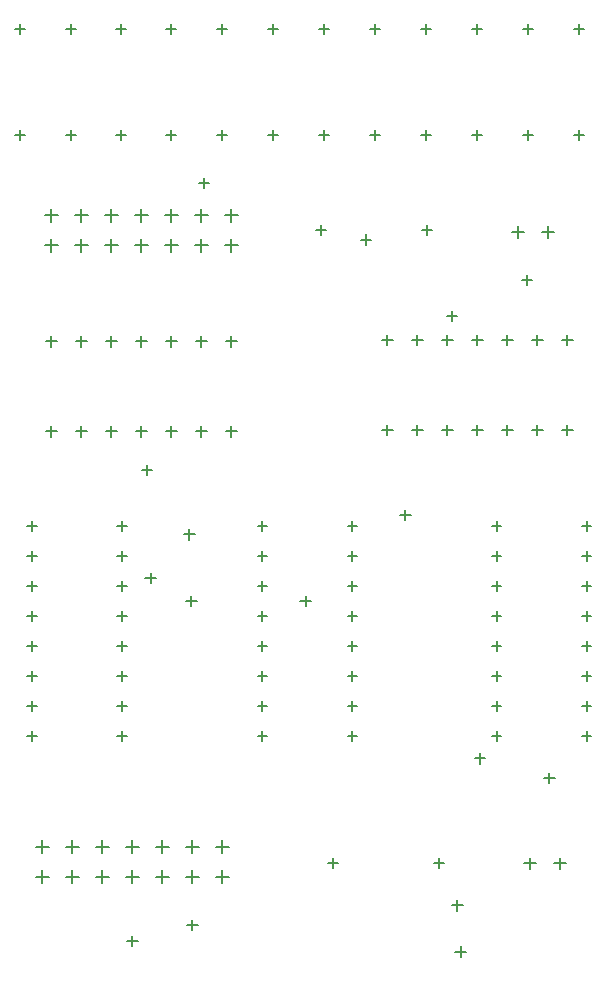
<source format=gbr>
%TF.GenerationSoftware,Altium Limited,Altium Designer,22.9.1 (49)*%
G04 Layer_Color=128*
%FSLAX26Y26*%
%MOIN*%
%TF.SameCoordinates,9A4C5482-B669-49D6-A5E7-2A43E7F29E9E*%
%TF.FilePolarity,Positive*%
%TF.FileFunction,Drillmap*%
%TF.Part,Single*%
G01*
G75*
%TA.AperFunction,NonConductor*%
%ADD51C,0.005000*%
D51*
X3058268Y4342834D02*
X3091732D01*
X3075000Y4326102D02*
Y4359566D01*
X3058268Y4697166D02*
X3091732D01*
X3075000Y4680434D02*
Y4713898D01*
X2888268Y4342834D02*
X2921732D01*
X2905000Y4326102D02*
Y4359566D01*
X2888268Y4697166D02*
X2921732D01*
X2905000Y4680434D02*
Y4713898D01*
X2718268Y4342834D02*
X2751732D01*
X2735000Y4326102D02*
Y4359566D01*
X2718268Y4697166D02*
X2751732D01*
X2735000Y4680434D02*
Y4713898D01*
X2548268Y4342834D02*
X2581732D01*
X2565000Y4326102D02*
Y4359566D01*
X2548268Y4697166D02*
X2581732D01*
X2565000Y4680434D02*
Y4713898D01*
X2378268Y4342834D02*
X2411732D01*
X2395000Y4326102D02*
Y4359566D01*
X2378268Y4697166D02*
X2411732D01*
X2395000Y4680434D02*
Y4713898D01*
X2208268Y4342834D02*
X2241732D01*
X2225000Y4326102D02*
Y4359566D01*
X2208268Y4697166D02*
X2241732D01*
X2225000Y4680434D02*
Y4713898D01*
X2038268Y4342834D02*
X2071732D01*
X2055000Y4326102D02*
Y4359566D01*
X2038268Y4697166D02*
X2071732D01*
X2055000Y4680434D02*
Y4713898D01*
X1868268Y4342834D02*
X1901732D01*
X1885000Y4326102D02*
Y4359566D01*
X1868268Y4697166D02*
X1901732D01*
X1885000Y4680434D02*
Y4713898D01*
X1698268Y4342834D02*
X1731732D01*
X1715000Y4326102D02*
Y4359566D01*
X1698268Y4697166D02*
X1731732D01*
X1715000Y4680434D02*
Y4713898D01*
X1529860Y4342834D02*
X1563324D01*
X1546592Y4326102D02*
Y4359566D01*
X1529860Y4697166D02*
X1563324D01*
X1546592Y4680434D02*
Y4713898D01*
X1364008Y4342834D02*
X1397472D01*
X1380740Y4326102D02*
Y4359566D01*
X1364008Y4697166D02*
X1397472D01*
X1380740Y4680434D02*
Y4713898D01*
X1194076Y4342834D02*
X1227540D01*
X1210808Y4326102D02*
Y4359566D01*
X1194076Y4697166D02*
X1227540D01*
X1210808Y4680434D02*
Y4713898D01*
X1534252Y2340000D02*
X1565748D01*
X1550000Y2324252D02*
Y2355748D01*
X1534252Y2440000D02*
X1565748D01*
X1550000Y2424252D02*
Y2455748D01*
X1534252Y2540000D02*
X1565748D01*
X1550000Y2524252D02*
Y2555748D01*
X1534252Y2640000D02*
X1565748D01*
X1550000Y2624252D02*
Y2655748D01*
X1534252Y2740000D02*
X1565748D01*
X1550000Y2724252D02*
Y2755748D01*
X1534252Y2840000D02*
X1565748D01*
X1550000Y2824252D02*
Y2855748D01*
X1534252Y2940000D02*
X1565748D01*
X1550000Y2924252D02*
Y2955748D01*
X1534252Y3040000D02*
X1565748D01*
X1550000Y3024252D02*
Y3055748D01*
X1234252Y2340000D02*
X1265748D01*
X1250000Y2324252D02*
Y2355748D01*
X1234252Y2440000D02*
X1265748D01*
X1250000Y2424252D02*
Y2455748D01*
X1234252Y2540000D02*
X1265748D01*
X1250000Y2524252D02*
Y2555748D01*
X1234252Y2640000D02*
X1265748D01*
X1250000Y2624252D02*
Y2655748D01*
X1234252Y2740000D02*
X1265748D01*
X1250000Y2724252D02*
Y2755748D01*
X1234252Y2840000D02*
X1265748D01*
X1250000Y2824252D02*
Y2855748D01*
X1234252Y2940000D02*
X1265748D01*
X1250000Y2924252D02*
Y2955748D01*
X1234252Y3040000D02*
X1265748D01*
X1250000Y3024252D02*
Y3055748D01*
X2417284Y3360000D02*
X2452716D01*
X2435000Y3342284D02*
Y3377716D01*
X2517284Y3360000D02*
X2552716D01*
X2535000Y3342284D02*
Y3377716D01*
X2617284Y3360000D02*
X2652716D01*
X2635000Y3342284D02*
Y3377716D01*
X2717284Y3360000D02*
X2752716D01*
X2735000Y3342284D02*
Y3377716D01*
X2817284Y3360000D02*
X2852716D01*
X2835000Y3342284D02*
Y3377716D01*
X2917284Y3360000D02*
X2952716D01*
X2935000Y3342284D02*
Y3377716D01*
X3017284Y3360000D02*
X3052716D01*
X3035000Y3342284D02*
Y3377716D01*
X2417284Y3660000D02*
X2452716D01*
X2435000Y3642284D02*
Y3677716D01*
X2517284Y3660000D02*
X2552716D01*
X2535000Y3642284D02*
Y3677716D01*
X2617284Y3660000D02*
X2652716D01*
X2635000Y3642284D02*
Y3677716D01*
X2717284Y3660000D02*
X2752716D01*
X2735000Y3642284D02*
Y3677716D01*
X2817284Y3660000D02*
X2852716D01*
X2835000Y3642284D02*
Y3677716D01*
X2917284Y3660000D02*
X2952716D01*
X2935000Y3642284D02*
Y3677716D01*
X3017284Y3660000D02*
X3052716D01*
X3035000Y3642284D02*
Y3677716D01*
X2990315Y1915000D02*
X3029685D01*
X3010000Y1895315D02*
Y1934685D01*
X2890315Y1915000D02*
X2929685D01*
X2910000Y1895315D02*
Y1934685D01*
X2590434Y1915000D02*
X2623898D01*
X2607166Y1898268D02*
Y1931732D01*
X2236102Y1915000D02*
X2269566D01*
X2252834Y1898268D02*
Y1931732D01*
X2950315Y4020000D02*
X2989685D01*
X2970000Y4000315D02*
Y4039685D01*
X2850315Y4020000D02*
X2889685D01*
X2870000Y4000315D02*
Y4039685D01*
X2550434Y4025000D02*
X2583898D01*
X2567166Y4008268D02*
Y4041732D01*
X2196102Y4025000D02*
X2229566D01*
X2212834Y4008268D02*
Y4041732D01*
X2302454Y2340000D02*
X2333950D01*
X2318202Y2324252D02*
Y2355748D01*
X2302454Y2440000D02*
X2333950D01*
X2318202Y2424252D02*
Y2455748D01*
X2302454Y2540000D02*
X2333950D01*
X2318202Y2524252D02*
Y2555748D01*
X2302454Y2640000D02*
X2333950D01*
X2318202Y2624252D02*
Y2655748D01*
X2302454Y2740000D02*
X2333950D01*
X2318202Y2724252D02*
Y2755748D01*
X2302454Y2840000D02*
X2333950D01*
X2318202Y2824252D02*
Y2855748D01*
X2302454Y2940000D02*
X2333950D01*
X2318202Y2924252D02*
Y2955748D01*
X2302454Y3040000D02*
X2333950D01*
X2318202Y3024252D02*
Y3055748D01*
X2002454Y2340000D02*
X2033950D01*
X2018202Y2324252D02*
Y2355748D01*
X2002454Y2440000D02*
X2033950D01*
X2018202Y2424252D02*
Y2455748D01*
X2002454Y2540000D02*
X2033950D01*
X2018202Y2524252D02*
Y2555748D01*
X2002454Y2640000D02*
X2033950D01*
X2018202Y2624252D02*
Y2655748D01*
X2002454Y2740000D02*
X2033950D01*
X2018202Y2724252D02*
Y2755748D01*
X2002454Y2840000D02*
X2033950D01*
X2018202Y2824252D02*
Y2855748D01*
X2002454Y2940000D02*
X2033950D01*
X2018202Y2924252D02*
Y2955748D01*
X2002454Y3040000D02*
X2033950D01*
X2018202Y3024252D02*
Y3055748D01*
X1593347Y4075000D02*
X1636653D01*
X1615000Y4053347D02*
Y4096654D01*
X1593347Y3975000D02*
X1636653D01*
X1615000Y3953347D02*
Y3996653D01*
X1493347Y4075000D02*
X1536653D01*
X1515000Y4053347D02*
Y4096654D01*
X1493347Y3975000D02*
X1536653D01*
X1515000Y3953347D02*
Y3996653D01*
X1293347Y3975000D02*
X1336653D01*
X1315000Y3953347D02*
Y3996653D01*
X1293347Y4075000D02*
X1336653D01*
X1315000Y4053347D02*
Y4096654D01*
X1393347Y3975000D02*
X1436653D01*
X1415000Y3953347D02*
Y3996653D01*
X1393347Y4075000D02*
X1436653D01*
X1415000Y4053347D02*
Y4096654D01*
X1693347Y3975000D02*
X1736653D01*
X1715000Y3953347D02*
Y3996653D01*
X1693347Y4075000D02*
X1736653D01*
X1715000Y4053347D02*
Y4096654D01*
X1793347Y3975000D02*
X1836653D01*
X1815000Y3953347D02*
Y3996653D01*
X1893347Y3975000D02*
X1936653D01*
X1915000Y3953347D02*
Y3996653D01*
X1793347Y4075000D02*
X1836653D01*
X1815000Y4053347D02*
Y4096654D01*
X1893347Y4075000D02*
X1936653D01*
X1915000Y4053347D02*
Y4096654D01*
X3082914Y2340000D02*
X3114410D01*
X3098662Y2324252D02*
Y2355748D01*
X3082914Y2440000D02*
X3114410D01*
X3098662Y2424252D02*
Y2455748D01*
X3082914Y2540000D02*
X3114410D01*
X3098662Y2524252D02*
Y2555748D01*
X3082914Y2640000D02*
X3114410D01*
X3098662Y2624252D02*
Y2655748D01*
X3082914Y2740000D02*
X3114410D01*
X3098662Y2724252D02*
Y2755748D01*
X3082914Y2840000D02*
X3114410D01*
X3098662Y2824252D02*
Y2855748D01*
X3082914Y2940000D02*
X3114410D01*
X3098662Y2924252D02*
Y2955748D01*
X3082914Y3040000D02*
X3114410D01*
X3098662Y3024252D02*
Y3055748D01*
X2782914Y2340000D02*
X2814410D01*
X2798662Y2324252D02*
Y2355748D01*
X2782914Y2440000D02*
X2814410D01*
X2798662Y2424252D02*
Y2455748D01*
X2782914Y2540000D02*
X2814410D01*
X2798662Y2524252D02*
Y2555748D01*
X2782914Y2640000D02*
X2814410D01*
X2798662Y2624252D02*
Y2655748D01*
X2782914Y2740000D02*
X2814410D01*
X2798662Y2724252D02*
Y2755748D01*
X2782914Y2840000D02*
X2814410D01*
X2798662Y2824252D02*
Y2855748D01*
X2782914Y2940000D02*
X2814410D01*
X2798662Y2924252D02*
Y2955748D01*
X2782914Y3040000D02*
X2814410D01*
X2798662Y3024252D02*
Y3055748D01*
X1297284Y3355000D02*
X1332716D01*
X1315000Y3337284D02*
Y3372716D01*
X1397284Y3355000D02*
X1432716D01*
X1415000Y3337284D02*
Y3372716D01*
X1497284Y3355000D02*
X1532716D01*
X1515000Y3337284D02*
Y3372716D01*
X1597284Y3355000D02*
X1632716D01*
X1615000Y3337284D02*
Y3372716D01*
X1697284Y3355000D02*
X1732716D01*
X1715000Y3337284D02*
Y3372716D01*
X1797284Y3355000D02*
X1832716D01*
X1815000Y3337284D02*
Y3372716D01*
X1897284Y3355000D02*
X1932716D01*
X1915000Y3337284D02*
Y3372716D01*
X1297284Y3655000D02*
X1332716D01*
X1315000Y3637284D02*
Y3672716D01*
X1397284Y3655000D02*
X1432716D01*
X1415000Y3637284D02*
Y3672716D01*
X1497284Y3655000D02*
X1532716D01*
X1515000Y3637284D02*
Y3672716D01*
X1597284Y3655000D02*
X1632716D01*
X1615000Y3637284D02*
Y3672716D01*
X1697284Y3655000D02*
X1732716D01*
X1715000Y3637284D02*
Y3672716D01*
X1797284Y3655000D02*
X1832716D01*
X1815000Y3637284D02*
Y3672716D01*
X1897284Y3655000D02*
X1932716D01*
X1915000Y3637284D02*
Y3672716D01*
X1563347Y1970000D02*
X1606653D01*
X1585000Y1948347D02*
Y1991653D01*
X1563347Y1870000D02*
X1606653D01*
X1585000Y1848347D02*
Y1891653D01*
X1463347Y1970000D02*
X1506653D01*
X1485000Y1948347D02*
Y1991653D01*
X1463347Y1870000D02*
X1506653D01*
X1485000Y1848347D02*
Y1891653D01*
X1263347Y1870000D02*
X1306653D01*
X1285000Y1848347D02*
Y1891653D01*
X1263347Y1970000D02*
X1306653D01*
X1285000Y1948347D02*
Y1991653D01*
X1363347Y1870000D02*
X1406653D01*
X1385000Y1848347D02*
Y1891653D01*
X1363347Y1970000D02*
X1406653D01*
X1385000Y1948347D02*
Y1991653D01*
X1663347Y1870000D02*
X1706653D01*
X1685000Y1848347D02*
Y1891653D01*
X1663347Y1970000D02*
X1706653D01*
X1685000Y1948347D02*
Y1991653D01*
X1763347Y1870000D02*
X1806653D01*
X1785000Y1848347D02*
Y1891653D01*
X1863347Y1870000D02*
X1906653D01*
X1885000Y1848347D02*
Y1891653D01*
X1763347Y1970000D02*
X1806653D01*
X1785000Y1948347D02*
Y1991653D01*
X1863347Y1970000D02*
X1906653D01*
X1885000Y1948347D02*
Y1991653D01*
X2957500Y2200000D02*
X2992500D01*
X2975000Y2182500D02*
Y2217500D01*
X2725500Y2265000D02*
X2760500D01*
X2743000Y2247500D02*
Y2282500D01*
X2345500Y3994000D02*
X2380500D01*
X2363000Y3976500D02*
Y4011500D01*
X1763500Y2790000D02*
X1798500D01*
X1781000Y2772500D02*
Y2807500D01*
X2882500Y3860000D02*
X2917500D01*
X2900000Y3842500D02*
Y3877500D01*
X2144500Y2790000D02*
X2179500D01*
X2162000Y2772500D02*
Y2807500D01*
X1628002Y2866502D02*
X1663002D01*
X1645502Y2849002D02*
Y2884002D01*
X2650500Y1775000D02*
X2685500D01*
X2668000Y1757500D02*
Y1792500D01*
X1767500Y1710000D02*
X1802500D01*
X1785000Y1692500D02*
Y1727500D01*
X2661500Y1621000D02*
X2696500D01*
X2679000Y1603500D02*
Y1638500D01*
X2477500Y3077000D02*
X2512500D01*
X2495000Y3059500D02*
Y3094500D01*
X1757500Y3012000D02*
X1792500D01*
X1775000Y2994500D02*
Y3029500D01*
X1616500Y3226000D02*
X1651500D01*
X1634000Y3208500D02*
Y3243500D01*
X2632500Y3740000D02*
X2667500D01*
X2650000Y3722500D02*
Y3757500D01*
X1805500Y4183000D02*
X1840500D01*
X1823000Y4165500D02*
Y4200500D01*
X1567500Y1656000D02*
X1602500D01*
X1585000Y1638500D02*
Y1673500D01*
%TF.MD5,cb425e4b0e079d08604fd8cf5492a6c0*%
M02*

</source>
